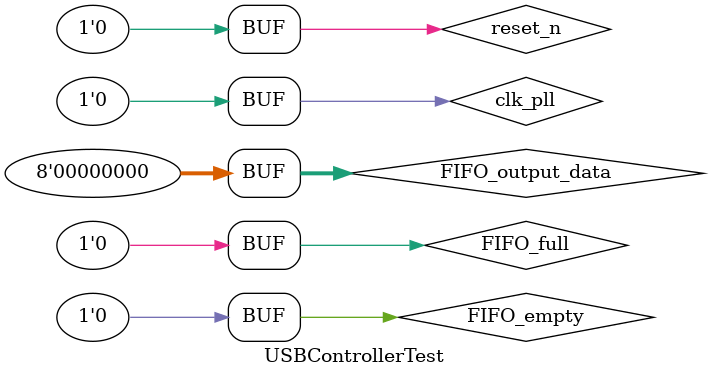
<source format=v>
`timescale 1ns / 1ps


module USBControllerTest;

	// Inputs
	reg clk_pll;
	reg reset_n;
	reg [7:0] FIFO_output_data;
	reg FIFO_empty;
	reg FIFO_full;

	// Outputs
	wire FIFO_pop_data;
	wire [7:0] FIFO_input_data;
	wire FIFO_push_data;

	// Instantiate the Unit Under Test (UUT)
	USBController uut (
		.clk_pll(clk_pll), 
		.reset_n(reset_n), 
		.FIFO_output_data(FIFO_output_data), 
		.FIFO_empty(FIFO_empty), 
		.FIFO_full(FIFO_full), 
		.FIFO_pop_data(FIFO_pop_data), 
		.FIFO_input_data(FIFO_input_data), 
		.FIFO_push_data(FIFO_push_data)
	);

	initial begin
		// Initialize Inputs
		clk_pll = 0;
		reset_n = 0;
		FIFO_output_data = 0;
		FIFO_empty = 0;
		FIFO_full = 0;

		// Wait 100 ns for global reset to finish
		#100;
        
		// Add stimulus here

	end
      
endmodule


</source>
